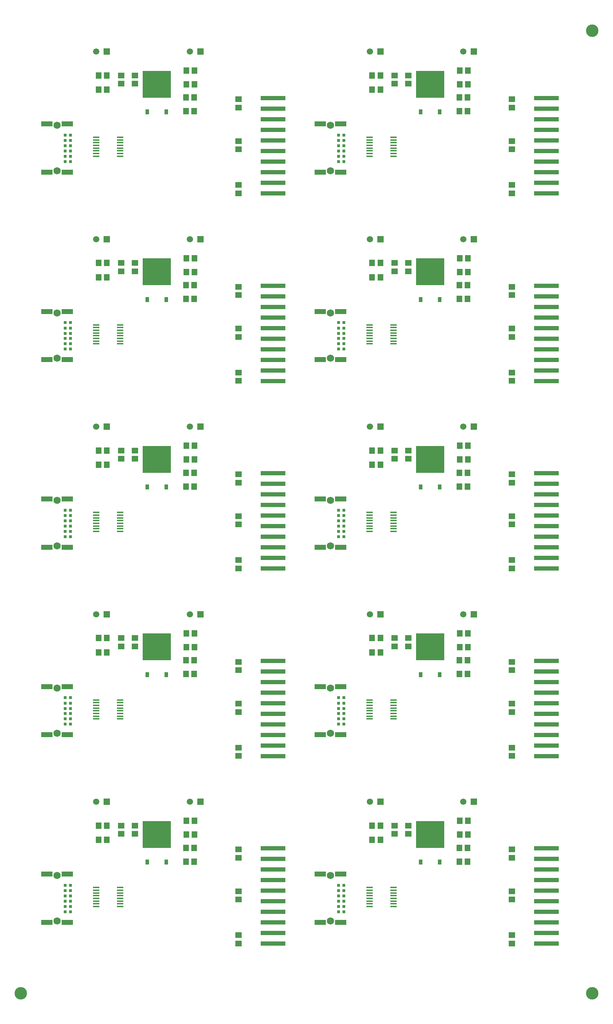
<source format=gbr>
%TF.GenerationSoftware,Altium Limited,Altium Designer,23.9.2 (47)*%
G04 Layer_Color=255*
%FSLAX45Y45*%
%MOMM*%
%TF.SameCoordinates,AD479AB8-1AF9-481E-9C01-A3E3F564F201*%
%TF.FilePolarity,Positive*%
%TF.FileFunction,Pads,Top*%
%TF.Part,CustomerPanel*%
G01*
G75*
%TA.AperFunction,SMDPad,CuDef*%
%ADD10C,3.00000*%
%ADD11R,6.00000X1.00000*%
%TA.AperFunction,BGAPad,CuDef*%
%ADD12R,0.80000X0.80000*%
%TA.AperFunction,ConnectorPad*%
%ADD13R,2.70000X1.20000*%
%TA.AperFunction,SMDPad,CuDef*%
%ADD14R,6.73100X6.50240*%
%ADD15R,0.88900X1.21920*%
%ADD16R,1.50000X1.40000*%
%ADD17R,1.40000X1.50000*%
G04:AMPARAMS|DCode=18|XSize=1.57mm|YSize=0.41mm|CornerRadius=0.05125mm|HoleSize=0mm|Usage=FLASHONLY|Rotation=180.000|XOffset=0mm|YOffset=0mm|HoleType=Round|Shape=RoundedRectangle|*
%AMROUNDEDRECTD18*
21,1,1.57000,0.30750,0,0,180.0*
21,1,1.46750,0.41000,0,0,180.0*
1,1,0.10250,-0.73375,0.15375*
1,1,0.10250,0.73375,0.15375*
1,1,0.10250,0.73375,-0.15375*
1,1,0.10250,-0.73375,-0.15375*
%
%ADD18ROUNDEDRECTD18*%
%TA.AperFunction,ComponentPad*%
%ADD25C,1.75000*%
%ADD26C,1.50000*%
%ADD27R,1.50000X1.50000*%
D10*
X20948286Y30797501D02*
D03*
Y7696200D02*
D03*
X7213600D02*
D03*
D11*
X13271500Y11176000D02*
D03*
Y10922000D02*
D03*
Y10668000D02*
D03*
Y10414000D02*
D03*
Y10160000D02*
D03*
Y9906000D02*
D03*
Y9652000D02*
D03*
Y9398000D02*
D03*
Y9144000D02*
D03*
Y8890000D02*
D03*
X19842101Y11176000D02*
D03*
Y10922000D02*
D03*
Y10668000D02*
D03*
Y10414000D02*
D03*
Y10160000D02*
D03*
Y9906000D02*
D03*
Y9652000D02*
D03*
Y9398000D02*
D03*
Y9144000D02*
D03*
Y8890000D02*
D03*
X13271500Y15676500D02*
D03*
Y15422501D02*
D03*
Y15168500D02*
D03*
Y14914500D02*
D03*
Y14660500D02*
D03*
Y14406500D02*
D03*
Y14152499D02*
D03*
Y13898500D02*
D03*
Y13644501D02*
D03*
Y13390500D02*
D03*
X19842101Y15676500D02*
D03*
Y15422501D02*
D03*
Y15168500D02*
D03*
Y14914500D02*
D03*
Y14660500D02*
D03*
Y14406500D02*
D03*
Y14152499D02*
D03*
Y13898500D02*
D03*
Y13644501D02*
D03*
Y13390500D02*
D03*
X13271500Y20177000D02*
D03*
Y19923000D02*
D03*
Y19669000D02*
D03*
Y19414999D02*
D03*
Y19161000D02*
D03*
Y18907001D02*
D03*
Y18653000D02*
D03*
Y18399001D02*
D03*
Y18145000D02*
D03*
Y17891000D02*
D03*
X19842101Y20177000D02*
D03*
Y19923000D02*
D03*
Y19669000D02*
D03*
Y19414999D02*
D03*
Y19161000D02*
D03*
Y18907001D02*
D03*
Y18653000D02*
D03*
Y18399001D02*
D03*
Y18145000D02*
D03*
Y17891000D02*
D03*
X13271500Y24677499D02*
D03*
Y24423500D02*
D03*
Y24169501D02*
D03*
Y23915500D02*
D03*
Y23661501D02*
D03*
Y23407500D02*
D03*
Y23153500D02*
D03*
Y22899500D02*
D03*
Y22645500D02*
D03*
Y22391499D02*
D03*
X19842101Y24677499D02*
D03*
Y24423500D02*
D03*
Y24169501D02*
D03*
Y23915500D02*
D03*
Y23661501D02*
D03*
Y23407500D02*
D03*
Y23153500D02*
D03*
Y22899500D02*
D03*
Y22645500D02*
D03*
Y22391499D02*
D03*
X13271500Y29178000D02*
D03*
Y28923999D02*
D03*
Y28670001D02*
D03*
Y28416000D02*
D03*
Y28162000D02*
D03*
Y27907999D02*
D03*
Y27654001D02*
D03*
Y27400000D02*
D03*
Y27145999D02*
D03*
Y26892001D02*
D03*
X19842101Y29178000D02*
D03*
Y28923999D02*
D03*
Y28670001D02*
D03*
Y28416000D02*
D03*
Y28162000D02*
D03*
Y27907999D02*
D03*
Y27654001D02*
D03*
Y27400000D02*
D03*
Y27145999D02*
D03*
Y26892001D02*
D03*
D12*
X8405669Y10290146D02*
D03*
Y10160000D02*
D03*
X8408644Y10033000D02*
D03*
Y9909146D02*
D03*
X8407400Y9782146D02*
D03*
Y9655146D02*
D03*
X8280400Y10290146D02*
D03*
Y10160000D02*
D03*
Y10033000D02*
D03*
Y9909146D02*
D03*
Y9782146D02*
D03*
Y9655146D02*
D03*
X14976270Y10290146D02*
D03*
Y10160000D02*
D03*
X14979243Y10033000D02*
D03*
Y9909146D02*
D03*
X14978000Y9782146D02*
D03*
Y9655146D02*
D03*
X14850999Y10290146D02*
D03*
Y10160000D02*
D03*
Y10033000D02*
D03*
Y9909146D02*
D03*
Y9782146D02*
D03*
Y9655146D02*
D03*
X8405669Y14790646D02*
D03*
Y14660500D02*
D03*
X8408644Y14533501D02*
D03*
Y14409647D02*
D03*
X8407400Y14282646D02*
D03*
Y14155646D02*
D03*
X8280400Y14790646D02*
D03*
Y14660500D02*
D03*
Y14533501D02*
D03*
Y14409647D02*
D03*
Y14282646D02*
D03*
Y14155646D02*
D03*
X14976270Y14790646D02*
D03*
Y14660500D02*
D03*
X14979243Y14533501D02*
D03*
Y14409647D02*
D03*
X14978000Y14282646D02*
D03*
Y14155646D02*
D03*
X14850999Y14790646D02*
D03*
Y14660500D02*
D03*
Y14533501D02*
D03*
Y14409647D02*
D03*
Y14282646D02*
D03*
Y14155646D02*
D03*
X8405669Y19291145D02*
D03*
Y19161000D02*
D03*
X8408644Y19034000D02*
D03*
Y18910146D02*
D03*
X8407400Y18783147D02*
D03*
Y18656146D02*
D03*
X8280400Y19291145D02*
D03*
Y19161000D02*
D03*
Y19034000D02*
D03*
Y18910146D02*
D03*
Y18783147D02*
D03*
Y18656146D02*
D03*
X14976270Y19291145D02*
D03*
Y19161000D02*
D03*
X14979243Y19034000D02*
D03*
Y18910146D02*
D03*
X14978000Y18783147D02*
D03*
Y18656146D02*
D03*
X14850999Y19291145D02*
D03*
Y19161000D02*
D03*
Y19034000D02*
D03*
Y18910146D02*
D03*
Y18783147D02*
D03*
Y18656146D02*
D03*
X8405669Y23791646D02*
D03*
Y23661501D02*
D03*
X8408644Y23534500D02*
D03*
Y23410646D02*
D03*
X8407400Y23283646D02*
D03*
Y23156647D02*
D03*
X8280400Y23791646D02*
D03*
Y23661501D02*
D03*
Y23534500D02*
D03*
Y23410646D02*
D03*
Y23283646D02*
D03*
Y23156647D02*
D03*
X14976270Y23791646D02*
D03*
Y23661501D02*
D03*
X14979243Y23534500D02*
D03*
Y23410646D02*
D03*
X14978000Y23283646D02*
D03*
Y23156647D02*
D03*
X14850999Y23791646D02*
D03*
Y23661501D02*
D03*
Y23534500D02*
D03*
Y23410646D02*
D03*
Y23283646D02*
D03*
Y23156647D02*
D03*
X8405669Y28292145D02*
D03*
Y28162000D02*
D03*
X8408644Y28035001D02*
D03*
Y27911145D02*
D03*
X8407400Y27784146D02*
D03*
Y27657147D02*
D03*
X8280400Y28292145D02*
D03*
Y28162000D02*
D03*
Y28035001D02*
D03*
Y27911145D02*
D03*
Y27784146D02*
D03*
Y27657147D02*
D03*
X14976270Y28292145D02*
D03*
Y28162000D02*
D03*
X14979243Y28035001D02*
D03*
Y27911145D02*
D03*
X14978000Y27784146D02*
D03*
Y27657147D02*
D03*
X14850999Y28292145D02*
D03*
Y28162000D02*
D03*
Y28035001D02*
D03*
Y27911145D02*
D03*
Y27784146D02*
D03*
Y27657147D02*
D03*
D13*
X8325900Y10556846D02*
D03*
X7835900D02*
D03*
X8325900Y9401146D02*
D03*
X7835900D02*
D03*
X14896500Y10556846D02*
D03*
X14406500D02*
D03*
X14896500Y9401146D02*
D03*
X14406500D02*
D03*
X8325900Y15057346D02*
D03*
X7835900D02*
D03*
X8325900Y13901646D02*
D03*
X7835900D02*
D03*
X14896500Y15057346D02*
D03*
X14406500D02*
D03*
X14896500Y13901646D02*
D03*
X14406500D02*
D03*
X8325900Y19557846D02*
D03*
X7835900D02*
D03*
X8325900Y18402145D02*
D03*
X7835900D02*
D03*
X14896500Y19557846D02*
D03*
X14406500D02*
D03*
X14896500Y18402145D02*
D03*
X14406500D02*
D03*
X8325900Y24058347D02*
D03*
X7835900D02*
D03*
X8325900Y22902646D02*
D03*
X7835900D02*
D03*
X14896500Y24058347D02*
D03*
X14406500D02*
D03*
X14896500Y22902646D02*
D03*
X14406500D02*
D03*
X8325900Y28558847D02*
D03*
X7835900D02*
D03*
X8325900Y27403146D02*
D03*
X7835900D02*
D03*
X14896500Y28558847D02*
D03*
X14406500D02*
D03*
X14896500Y27403146D02*
D03*
X14406500D02*
D03*
D14*
X10477500Y11508740D02*
D03*
X17048100D02*
D03*
X10477500Y16009241D02*
D03*
X17048100D02*
D03*
X10477500Y20509740D02*
D03*
X17048100D02*
D03*
X10477500Y25010240D02*
D03*
X17048100D02*
D03*
X10477500Y29510739D02*
D03*
X17048100D02*
D03*
D15*
X10706100Y10843260D02*
D03*
X10248900D02*
D03*
X17276700D02*
D03*
X16819501D02*
D03*
X10706100Y15343761D02*
D03*
X10248900D02*
D03*
X17276700D02*
D03*
X16819501D02*
D03*
X10706100Y19844260D02*
D03*
X10248900D02*
D03*
X17276700D02*
D03*
X16819501D02*
D03*
X10706100Y24344760D02*
D03*
X10248900D02*
D03*
X17276700D02*
D03*
X16819501D02*
D03*
X10706100Y28845261D02*
D03*
X10248900D02*
D03*
X17276700D02*
D03*
X16819501D02*
D03*
D16*
X9956800Y11720500D02*
D03*
Y11520500D02*
D03*
X9626600Y11720500D02*
D03*
Y11520500D02*
D03*
X12446000Y8891600D02*
D03*
Y9091600D02*
D03*
Y10145700D02*
D03*
Y9945700D02*
D03*
Y10949000D02*
D03*
Y11149000D02*
D03*
X16527400Y11720500D02*
D03*
Y11520500D02*
D03*
X16197200Y11720500D02*
D03*
Y11520500D02*
D03*
X19016600Y8891600D02*
D03*
Y9091600D02*
D03*
Y10145700D02*
D03*
Y9945700D02*
D03*
Y10949000D02*
D03*
Y11149000D02*
D03*
X9956800Y16221001D02*
D03*
Y16021001D02*
D03*
X9626600Y16221001D02*
D03*
Y16021001D02*
D03*
X12446000Y13392101D02*
D03*
Y13592101D02*
D03*
Y14646201D02*
D03*
Y14446201D02*
D03*
Y15449500D02*
D03*
Y15649500D02*
D03*
X16527400Y16221001D02*
D03*
Y16021001D02*
D03*
X16197200Y16221001D02*
D03*
Y16021001D02*
D03*
X19016600Y13392101D02*
D03*
Y13592101D02*
D03*
Y14646201D02*
D03*
Y14446201D02*
D03*
Y15449500D02*
D03*
Y15649500D02*
D03*
X9956800Y20721500D02*
D03*
Y20521500D02*
D03*
X9626600Y20721500D02*
D03*
Y20521500D02*
D03*
X12446000Y17892599D02*
D03*
Y18092599D02*
D03*
Y19146700D02*
D03*
Y18946700D02*
D03*
Y19950000D02*
D03*
Y20150000D02*
D03*
X16527400Y20721500D02*
D03*
Y20521500D02*
D03*
X16197200Y20721500D02*
D03*
Y20521500D02*
D03*
X19016600Y17892599D02*
D03*
Y18092599D02*
D03*
Y19146700D02*
D03*
Y18946700D02*
D03*
Y19950000D02*
D03*
Y20150000D02*
D03*
X9956800Y25222000D02*
D03*
Y25022000D02*
D03*
X9626600Y25222000D02*
D03*
Y25022000D02*
D03*
X12446000Y22393100D02*
D03*
Y22593100D02*
D03*
Y23647200D02*
D03*
Y23447200D02*
D03*
Y24450500D02*
D03*
Y24650500D02*
D03*
X16527400Y25222000D02*
D03*
Y25022000D02*
D03*
X16197200Y25222000D02*
D03*
Y25022000D02*
D03*
X19016600Y22393100D02*
D03*
Y22593100D02*
D03*
Y23647200D02*
D03*
Y23447200D02*
D03*
Y24450500D02*
D03*
Y24650500D02*
D03*
X9956800Y29722501D02*
D03*
Y29522501D02*
D03*
X9626600Y29722501D02*
D03*
Y29522501D02*
D03*
X12446000Y26893600D02*
D03*
Y27093600D02*
D03*
Y28147699D02*
D03*
Y27947699D02*
D03*
Y28951001D02*
D03*
Y29151001D02*
D03*
X16527400Y29722501D02*
D03*
Y29522501D02*
D03*
X16197200Y29722501D02*
D03*
Y29522501D02*
D03*
X19016600Y26893600D02*
D03*
Y27093600D02*
D03*
Y28147699D02*
D03*
Y27947699D02*
D03*
Y28951001D02*
D03*
Y29151001D02*
D03*
D17*
X9082100Y11720500D02*
D03*
X9282100D02*
D03*
X9082100Y11379200D02*
D03*
X9282100D02*
D03*
X11179200Y10858500D02*
D03*
X11379200D02*
D03*
Y11188700D02*
D03*
X11179200D02*
D03*
X11188700Y11506200D02*
D03*
X11388700D02*
D03*
X11188700Y11836400D02*
D03*
X11388700D02*
D03*
X15652699Y11720500D02*
D03*
X15852699D02*
D03*
X15652699Y11379200D02*
D03*
X15852699D02*
D03*
X17749800Y10858500D02*
D03*
X17949800D02*
D03*
Y11188700D02*
D03*
X17749800D02*
D03*
X17759300Y11506200D02*
D03*
X17959300D02*
D03*
X17759300Y11836400D02*
D03*
X17959300D02*
D03*
X9082100Y16221001D02*
D03*
X9282100D02*
D03*
X9082100Y15879700D02*
D03*
X9282100D02*
D03*
X11179200Y15359000D02*
D03*
X11379200D02*
D03*
Y15689200D02*
D03*
X11179200D02*
D03*
X11188700Y16006700D02*
D03*
X11388700D02*
D03*
X11188700Y16336900D02*
D03*
X11388700D02*
D03*
X15652699Y16221001D02*
D03*
X15852699D02*
D03*
X15652699Y15879700D02*
D03*
X15852699D02*
D03*
X17749800Y15359000D02*
D03*
X17949800D02*
D03*
Y15689200D02*
D03*
X17749800D02*
D03*
X17759300Y16006700D02*
D03*
X17959300D02*
D03*
X17759300Y16336900D02*
D03*
X17959300D02*
D03*
X9082100Y20721500D02*
D03*
X9282100D02*
D03*
X9082100Y20380200D02*
D03*
X9282100D02*
D03*
X11179200Y19859500D02*
D03*
X11379200D02*
D03*
Y20189700D02*
D03*
X11179200D02*
D03*
X11188700Y20507201D02*
D03*
X11388700D02*
D03*
X11188700Y20837399D02*
D03*
X11388700D02*
D03*
X15652699Y20721500D02*
D03*
X15852699D02*
D03*
X15652699Y20380200D02*
D03*
X15852699D02*
D03*
X17749800Y19859500D02*
D03*
X17949800D02*
D03*
Y20189700D02*
D03*
X17749800D02*
D03*
X17759300Y20507201D02*
D03*
X17959300D02*
D03*
X17759300Y20837399D02*
D03*
X17959300D02*
D03*
X9082100Y25222000D02*
D03*
X9282100D02*
D03*
X9082100Y24880701D02*
D03*
X9282100D02*
D03*
X11179200Y24360001D02*
D03*
X11379200D02*
D03*
Y24690199D02*
D03*
X11179200D02*
D03*
X11188700Y25007700D02*
D03*
X11388700D02*
D03*
X11188700Y25337900D02*
D03*
X11388700D02*
D03*
X15652699Y25222000D02*
D03*
X15852699D02*
D03*
X15652699Y24880701D02*
D03*
X15852699D02*
D03*
X17749800Y24360001D02*
D03*
X17949800D02*
D03*
Y24690199D02*
D03*
X17749800D02*
D03*
X17759300Y25007700D02*
D03*
X17959300D02*
D03*
X17759300Y25337900D02*
D03*
X17959300D02*
D03*
X9082100Y29722501D02*
D03*
X9282100D02*
D03*
X9082100Y29381201D02*
D03*
X9282100D02*
D03*
X11179200Y28860501D02*
D03*
X11379200D02*
D03*
Y29190701D02*
D03*
X11179200D02*
D03*
X11188700Y29508200D02*
D03*
X11388700D02*
D03*
X11188700Y29838400D02*
D03*
X11388700D02*
D03*
X15652699Y29722501D02*
D03*
X15852699D02*
D03*
X15652699Y29381201D02*
D03*
X15852699D02*
D03*
X17749800Y28860501D02*
D03*
X17949800D02*
D03*
Y29190701D02*
D03*
X17749800D02*
D03*
X17759300Y29508200D02*
D03*
X17959300D02*
D03*
X17759300Y29838400D02*
D03*
X17959300D02*
D03*
D18*
X9022100Y9975100D02*
D03*
Y10040100D02*
D03*
X9596100Y10235100D02*
D03*
Y10170100D02*
D03*
Y10105100D02*
D03*
Y10040100D02*
D03*
Y9975100D02*
D03*
Y9910100D02*
D03*
Y9845100D02*
D03*
Y9780100D02*
D03*
X9022100Y10235100D02*
D03*
Y10170100D02*
D03*
Y10105100D02*
D03*
Y9910100D02*
D03*
Y9845100D02*
D03*
Y9780100D02*
D03*
X15592700Y9975100D02*
D03*
Y10040100D02*
D03*
X16166701Y10235100D02*
D03*
Y10170100D02*
D03*
Y10105100D02*
D03*
Y10040100D02*
D03*
Y9975100D02*
D03*
Y9910100D02*
D03*
Y9845100D02*
D03*
Y9780100D02*
D03*
X15592700Y10235100D02*
D03*
Y10170100D02*
D03*
Y10105100D02*
D03*
Y9910100D02*
D03*
Y9845100D02*
D03*
Y9780100D02*
D03*
X9022100Y14475600D02*
D03*
Y14540601D02*
D03*
X9596100Y14735600D02*
D03*
Y14670599D02*
D03*
Y14605600D02*
D03*
Y14540601D02*
D03*
Y14475600D02*
D03*
Y14410600D02*
D03*
Y14345599D02*
D03*
Y14280600D02*
D03*
X9022100Y14735600D02*
D03*
Y14670599D02*
D03*
Y14605600D02*
D03*
Y14410600D02*
D03*
Y14345599D02*
D03*
Y14280600D02*
D03*
X15592700Y14475600D02*
D03*
Y14540601D02*
D03*
X16166701Y14735600D02*
D03*
Y14670599D02*
D03*
Y14605600D02*
D03*
Y14540601D02*
D03*
Y14475600D02*
D03*
Y14410600D02*
D03*
Y14345599D02*
D03*
Y14280600D02*
D03*
X15592700Y14735600D02*
D03*
Y14670599D02*
D03*
Y14605600D02*
D03*
Y14410600D02*
D03*
Y14345599D02*
D03*
Y14280600D02*
D03*
X9022100Y18976100D02*
D03*
Y19041100D02*
D03*
X9596100Y19236099D02*
D03*
Y19171100D02*
D03*
Y19106100D02*
D03*
Y19041100D02*
D03*
Y18976100D02*
D03*
Y18911099D02*
D03*
Y18846100D02*
D03*
Y18781100D02*
D03*
X9022100Y19236099D02*
D03*
Y19171100D02*
D03*
Y19106100D02*
D03*
Y18911099D02*
D03*
Y18846100D02*
D03*
Y18781100D02*
D03*
X15592700Y18976100D02*
D03*
Y19041100D02*
D03*
X16166701Y19236099D02*
D03*
Y19171100D02*
D03*
Y19106100D02*
D03*
Y19041100D02*
D03*
Y18976100D02*
D03*
Y18911099D02*
D03*
Y18846100D02*
D03*
Y18781100D02*
D03*
X15592700Y19236099D02*
D03*
Y19171100D02*
D03*
Y19106100D02*
D03*
Y18911099D02*
D03*
Y18846100D02*
D03*
Y18781100D02*
D03*
X9022100Y23476601D02*
D03*
Y23541600D02*
D03*
X9596100Y23736600D02*
D03*
Y23671600D02*
D03*
Y23606599D02*
D03*
Y23541600D02*
D03*
Y23476601D02*
D03*
Y23411600D02*
D03*
Y23346600D02*
D03*
Y23281599D02*
D03*
X9022100Y23736600D02*
D03*
Y23671600D02*
D03*
Y23606599D02*
D03*
Y23411600D02*
D03*
Y23346600D02*
D03*
Y23281599D02*
D03*
X15592700Y23476601D02*
D03*
Y23541600D02*
D03*
X16166701Y23736600D02*
D03*
Y23671600D02*
D03*
Y23606599D02*
D03*
Y23541600D02*
D03*
Y23476601D02*
D03*
Y23411600D02*
D03*
Y23346600D02*
D03*
Y23281599D02*
D03*
X15592700Y23736600D02*
D03*
Y23671600D02*
D03*
Y23606599D02*
D03*
Y23411600D02*
D03*
Y23346600D02*
D03*
Y23281599D02*
D03*
X9022100Y27977100D02*
D03*
Y28042099D02*
D03*
X9596100Y28237100D02*
D03*
Y28172101D02*
D03*
Y28107101D02*
D03*
Y28042099D02*
D03*
Y27977100D02*
D03*
Y27912100D02*
D03*
Y27847101D02*
D03*
Y27782101D02*
D03*
X9022100Y28237100D02*
D03*
Y28172101D02*
D03*
Y28107101D02*
D03*
Y27912100D02*
D03*
Y27847101D02*
D03*
Y27782101D02*
D03*
X15592700Y27977100D02*
D03*
Y28042099D02*
D03*
X16166701Y28237100D02*
D03*
Y28172101D02*
D03*
Y28107101D02*
D03*
Y28042099D02*
D03*
Y27977100D02*
D03*
Y27912100D02*
D03*
Y27847101D02*
D03*
Y27782101D02*
D03*
X15592700Y28237100D02*
D03*
Y28172101D02*
D03*
Y28107101D02*
D03*
Y27912100D02*
D03*
Y27847101D02*
D03*
Y27782101D02*
D03*
D25*
X8080400Y9434145D02*
D03*
Y10523846D02*
D03*
X14650999Y9434145D02*
D03*
Y10523846D02*
D03*
X8080400Y13934645D02*
D03*
Y15024345D02*
D03*
X14650999Y13934645D02*
D03*
Y15024345D02*
D03*
X8080400Y18435146D02*
D03*
Y19524846D02*
D03*
X14650999Y18435146D02*
D03*
Y19524846D02*
D03*
X8080400Y22935646D02*
D03*
Y24025346D02*
D03*
X14650999Y22935646D02*
D03*
Y24025346D02*
D03*
X8080400Y27436145D02*
D03*
Y28525845D02*
D03*
X14650999Y27436145D02*
D03*
Y28525845D02*
D03*
D26*
X11277600Y12293600D02*
D03*
X9028100D02*
D03*
X17848199D02*
D03*
X15598700D02*
D03*
X11277600Y16794099D02*
D03*
X9028100D02*
D03*
X17848199D02*
D03*
X15598700D02*
D03*
X11277600Y21294600D02*
D03*
X9028100D02*
D03*
X17848199D02*
D03*
X15598700D02*
D03*
X11277600Y25795099D02*
D03*
X9028100D02*
D03*
X17848199D02*
D03*
X15598700D02*
D03*
X11277600Y30295599D02*
D03*
X9028100D02*
D03*
X17848199D02*
D03*
X15598700D02*
D03*
D27*
X11531600Y12293600D02*
D03*
X9282100D02*
D03*
X18102200D02*
D03*
X15852699D02*
D03*
X11531600Y16794099D02*
D03*
X9282100D02*
D03*
X18102200D02*
D03*
X15852699D02*
D03*
X11531600Y21294600D02*
D03*
X9282100D02*
D03*
X18102200D02*
D03*
X15852699D02*
D03*
X11531600Y25795099D02*
D03*
X9282100D02*
D03*
X18102200D02*
D03*
X15852699D02*
D03*
X11531600Y30295599D02*
D03*
X9282100D02*
D03*
X18102200D02*
D03*
X15852699D02*
D03*
%TF.MD5,b2c6df5006cac25407b534ac9a4bd081*%
M02*

</source>
